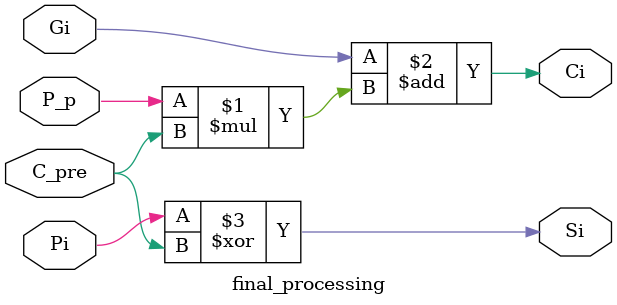
<source format=sv>
module final_processing(
	input logic Pi, P_p,Gi,C_pre,
	output logic Si, Ci
);
assign Ci = Gi + P_p * C_pre;
assign Si = Pi ^ C_pre;
endmodule


</source>
